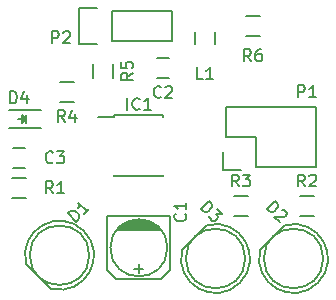
<source format=gto>
G04 #@! TF.FileFunction,Legend,Top*
%FSLAX46Y46*%
G04 Gerber Fmt 4.6, Leading zero omitted, Abs format (unit mm)*
G04 Created by KiCad (PCBNEW 4.0.1-stable) date Tuesday, March 29, 2016 'AMt' 12:48:36 AM*
%MOMM*%
G01*
G04 APERTURE LIST*
%ADD10C,0.100000*%
%ADD11C,0.150000*%
G04 APERTURE END LIST*
D10*
D11*
X136779000Y-114046000D02*
X135382000Y-114046000D01*
X137033000Y-114173000D02*
X135255000Y-114173000D01*
X137414000Y-114300000D02*
X134874000Y-114300000D01*
X134747000Y-114427000D02*
X137541000Y-114427000D01*
X137668000Y-114554000D02*
X134620000Y-114554000D01*
X134493000Y-114681000D02*
X137795000Y-114681000D01*
X137922000Y-114808000D02*
X134366000Y-114808000D01*
X138811000Y-113665000D02*
X138811000Y-118237000D01*
X138811000Y-118237000D02*
X138049000Y-118999000D01*
X138049000Y-118999000D02*
X134239000Y-118999000D01*
X134239000Y-118999000D02*
X133477000Y-118237000D01*
X133477000Y-118237000D02*
X133477000Y-113665000D01*
X133477000Y-113665000D02*
X138811000Y-113665000D01*
X136144000Y-118491000D02*
X136144000Y-117729000D01*
X136525000Y-118110000D02*
X135763000Y-118110000D01*
X138557000Y-116332000D02*
G75*
G03X138557000Y-116332000I-2413000J0D01*
G01*
X137676000Y-101942000D02*
X138676000Y-101942000D01*
X138676000Y-100242000D02*
X137676000Y-100242000D01*
X126484000Y-107862000D02*
X125484000Y-107862000D01*
X125484000Y-109562000D02*
X126484000Y-109562000D01*
X128743215Y-119793326D02*
G75*
G03X126593598Y-117665081I678811J2835352D01*
G01*
X128714919Y-119786402D02*
X126593598Y-117665081D01*
X131939962Y-116957974D02*
G75*
G03X131939962Y-116957974I-2517936J0D01*
G01*
X146398674Y-116551215D02*
G75*
G03X148526919Y-114401598I2835352J-678811D01*
G01*
X146405598Y-116522919D02*
X148526919Y-114401598D01*
X151751962Y-117230026D02*
G75*
G03X151751962Y-117230026I-2517936J0D01*
G01*
X139794674Y-116551215D02*
G75*
G03X141922919Y-114401598I2835352J-678811D01*
G01*
X139801598Y-116522919D02*
X141922919Y-114401598D01*
X145147962Y-117230026D02*
G75*
G03X145147962Y-117230026I-2517936J0D01*
G01*
X127838000Y-104660000D02*
X125138000Y-104660000D01*
X127838000Y-106160000D02*
X125138000Y-106160000D01*
X126338000Y-105260000D02*
X126338000Y-105510000D01*
X126338000Y-105510000D02*
X126488000Y-105360000D01*
X126588000Y-105760000D02*
X126588000Y-105060000D01*
X126238000Y-105410000D02*
X125888000Y-105410000D01*
X126588000Y-105410000D02*
X126238000Y-105760000D01*
X126238000Y-105760000D02*
X126238000Y-105060000D01*
X126238000Y-105060000D02*
X126588000Y-105410000D01*
X134069000Y-105121000D02*
X134069000Y-105266000D01*
X138219000Y-105121000D02*
X138219000Y-105266000D01*
X138219000Y-110271000D02*
X138219000Y-110126000D01*
X134069000Y-110271000D02*
X134069000Y-110126000D01*
X134069000Y-105121000D02*
X138219000Y-105121000D01*
X134069000Y-110271000D02*
X138219000Y-110271000D01*
X134069000Y-105266000D02*
X132669000Y-105266000D01*
X140882000Y-98052000D02*
X140882000Y-99052000D01*
X142582000Y-99052000D02*
X142582000Y-98052000D01*
X146050000Y-109474000D02*
X151130000Y-109474000D01*
X143230000Y-109754000D02*
X143230000Y-108204000D01*
X143510000Y-106934000D02*
X146050000Y-106934000D01*
X146050000Y-106934000D02*
X146050000Y-109474000D01*
X151130000Y-109474000D02*
X151130000Y-104394000D01*
X151130000Y-104394000D02*
X146050000Y-104394000D01*
X143230000Y-109754000D02*
X144780000Y-109754000D01*
X143510000Y-104394000D02*
X143510000Y-106934000D01*
X146050000Y-104394000D02*
X143510000Y-104394000D01*
X133858000Y-98806000D02*
X138938000Y-98806000D01*
X138938000Y-98806000D02*
X138938000Y-96266000D01*
X138938000Y-96266000D02*
X133858000Y-96266000D01*
X131038000Y-95986000D02*
X132588000Y-95986000D01*
X133858000Y-96266000D02*
X133858000Y-98806000D01*
X132588000Y-99086000D02*
X131038000Y-99086000D01*
X131038000Y-99086000D02*
X131038000Y-95986000D01*
X126584000Y-112127000D02*
X125384000Y-112127000D01*
X125384000Y-110377000D02*
X126584000Y-110377000D01*
X150968000Y-113651000D02*
X149768000Y-113651000D01*
X149768000Y-111901000D02*
X150968000Y-111901000D01*
X145380000Y-113651000D02*
X144180000Y-113651000D01*
X144180000Y-111901000D02*
X145380000Y-111901000D01*
X129448000Y-102249000D02*
X130648000Y-102249000D01*
X130648000Y-103999000D02*
X129448000Y-103999000D01*
X132221000Y-101946000D02*
X132221000Y-100746000D01*
X133971000Y-100746000D02*
X133971000Y-101946000D01*
X146396000Y-98411000D02*
X145196000Y-98411000D01*
X145196000Y-96661000D02*
X146396000Y-96661000D01*
X140057143Y-113450666D02*
X140104762Y-113498285D01*
X140152381Y-113641142D01*
X140152381Y-113736380D01*
X140104762Y-113879238D01*
X140009524Y-113974476D01*
X139914286Y-114022095D01*
X139723810Y-114069714D01*
X139580952Y-114069714D01*
X139390476Y-114022095D01*
X139295238Y-113974476D01*
X139200000Y-113879238D01*
X139152381Y-113736380D01*
X139152381Y-113641142D01*
X139200000Y-113498285D01*
X139247619Y-113450666D01*
X140152381Y-112498285D02*
X140152381Y-113069714D01*
X140152381Y-112784000D02*
X139152381Y-112784000D01*
X139295238Y-112879238D01*
X139390476Y-112974476D01*
X139438095Y-113069714D01*
X138009334Y-103549143D02*
X137961715Y-103596762D01*
X137818858Y-103644381D01*
X137723620Y-103644381D01*
X137580762Y-103596762D01*
X137485524Y-103501524D01*
X137437905Y-103406286D01*
X137390286Y-103215810D01*
X137390286Y-103072952D01*
X137437905Y-102882476D01*
X137485524Y-102787238D01*
X137580762Y-102692000D01*
X137723620Y-102644381D01*
X137818858Y-102644381D01*
X137961715Y-102692000D01*
X138009334Y-102739619D01*
X138390286Y-102739619D02*
X138437905Y-102692000D01*
X138533143Y-102644381D01*
X138771239Y-102644381D01*
X138866477Y-102692000D01*
X138914096Y-102739619D01*
X138961715Y-102834857D01*
X138961715Y-102930095D01*
X138914096Y-103072952D01*
X138342667Y-103644381D01*
X138961715Y-103644381D01*
X128865334Y-109069143D02*
X128817715Y-109116762D01*
X128674858Y-109164381D01*
X128579620Y-109164381D01*
X128436762Y-109116762D01*
X128341524Y-109021524D01*
X128293905Y-108926286D01*
X128246286Y-108735810D01*
X128246286Y-108592952D01*
X128293905Y-108402476D01*
X128341524Y-108307238D01*
X128436762Y-108212000D01*
X128579620Y-108164381D01*
X128674858Y-108164381D01*
X128817715Y-108212000D01*
X128865334Y-108259619D01*
X129198667Y-108164381D02*
X129817715Y-108164381D01*
X129484381Y-108545333D01*
X129627239Y-108545333D01*
X129722477Y-108592952D01*
X129770096Y-108640571D01*
X129817715Y-108735810D01*
X129817715Y-108973905D01*
X129770096Y-109069143D01*
X129722477Y-109116762D01*
X129627239Y-109164381D01*
X129341524Y-109164381D01*
X129246286Y-109116762D01*
X129198667Y-109069143D01*
X130861970Y-114125794D02*
X130154863Y-113418687D01*
X130323222Y-113250328D01*
X130457909Y-113182984D01*
X130592596Y-113182984D01*
X130693611Y-113216656D01*
X130861970Y-113317671D01*
X130962986Y-113418687D01*
X131064001Y-113587045D01*
X131097672Y-113688061D01*
X131097672Y-113822747D01*
X131030328Y-113957435D01*
X130861970Y-114125794D01*
X131939466Y-113048297D02*
X131535405Y-113452359D01*
X131737435Y-113250328D02*
X131030328Y-112543222D01*
X131064000Y-112711580D01*
X131064000Y-112846267D01*
X131030328Y-112947282D01*
X146986206Y-113081970D02*
X147693313Y-112374863D01*
X147861672Y-112543222D01*
X147929016Y-112677909D01*
X147929016Y-112812596D01*
X147895344Y-112913611D01*
X147794329Y-113081970D01*
X147693313Y-113182986D01*
X147524955Y-113284001D01*
X147423939Y-113317672D01*
X147289253Y-113317672D01*
X147154565Y-113250328D01*
X146986206Y-113081970D01*
X148299405Y-113115641D02*
X148366748Y-113115641D01*
X148467763Y-113149313D01*
X148636123Y-113317672D01*
X148669794Y-113418688D01*
X148669794Y-113486031D01*
X148636123Y-113587046D01*
X148568779Y-113654390D01*
X148434092Y-113721733D01*
X147625970Y-113721733D01*
X148063703Y-114159466D01*
X141398206Y-113081970D02*
X142105313Y-112374863D01*
X142273672Y-112543222D01*
X142341016Y-112677909D01*
X142341016Y-112812596D01*
X142307344Y-112913611D01*
X142206329Y-113081970D01*
X142105313Y-113182986D01*
X141936955Y-113284001D01*
X141835939Y-113317672D01*
X141701253Y-113317672D01*
X141566565Y-113250328D01*
X141398206Y-113081970D01*
X142745076Y-113014626D02*
X143182810Y-113452359D01*
X142677733Y-113486030D01*
X142778749Y-113587046D01*
X142812421Y-113688061D01*
X142812421Y-113755405D01*
X142778748Y-113856421D01*
X142610390Y-114024779D01*
X142509374Y-114058451D01*
X142442031Y-114058451D01*
X142341016Y-114024779D01*
X142138985Y-113822748D01*
X142105313Y-113721733D01*
X142105313Y-113654390D01*
X125245905Y-104084381D02*
X125245905Y-103084381D01*
X125484000Y-103084381D01*
X125626858Y-103132000D01*
X125722096Y-103227238D01*
X125769715Y-103322476D01*
X125817334Y-103512952D01*
X125817334Y-103655810D01*
X125769715Y-103846286D01*
X125722096Y-103941524D01*
X125626858Y-104036762D01*
X125484000Y-104084381D01*
X125245905Y-104084381D01*
X126674477Y-103417714D02*
X126674477Y-104084381D01*
X126436381Y-103036762D02*
X126198286Y-103751048D01*
X126817334Y-103751048D01*
X135167810Y-104648381D02*
X135167810Y-103648381D01*
X136215429Y-104553143D02*
X136167810Y-104600762D01*
X136024953Y-104648381D01*
X135929715Y-104648381D01*
X135786857Y-104600762D01*
X135691619Y-104505524D01*
X135644000Y-104410286D01*
X135596381Y-104219810D01*
X135596381Y-104076952D01*
X135644000Y-103886476D01*
X135691619Y-103791238D01*
X135786857Y-103696000D01*
X135929715Y-103648381D01*
X136024953Y-103648381D01*
X136167810Y-103696000D01*
X136215429Y-103743619D01*
X137167810Y-104648381D02*
X136596381Y-104648381D01*
X136882095Y-104648381D02*
X136882095Y-103648381D01*
X136786857Y-103791238D01*
X136691619Y-103886476D01*
X136596381Y-103934095D01*
X141565334Y-102052381D02*
X141089143Y-102052381D01*
X141089143Y-101052381D01*
X142422477Y-102052381D02*
X141851048Y-102052381D01*
X142136762Y-102052381D02*
X142136762Y-101052381D01*
X142041524Y-101195238D01*
X141946286Y-101290476D01*
X141851048Y-101338095D01*
X149629905Y-103576381D02*
X149629905Y-102576381D01*
X150010858Y-102576381D01*
X150106096Y-102624000D01*
X150153715Y-102671619D01*
X150201334Y-102766857D01*
X150201334Y-102909714D01*
X150153715Y-103004952D01*
X150106096Y-103052571D01*
X150010858Y-103100190D01*
X149629905Y-103100190D01*
X151153715Y-103576381D02*
X150582286Y-103576381D01*
X150868000Y-103576381D02*
X150868000Y-102576381D01*
X150772762Y-102719238D01*
X150677524Y-102814476D01*
X150582286Y-102862095D01*
X128801905Y-99004381D02*
X128801905Y-98004381D01*
X129182858Y-98004381D01*
X129278096Y-98052000D01*
X129325715Y-98099619D01*
X129373334Y-98194857D01*
X129373334Y-98337714D01*
X129325715Y-98432952D01*
X129278096Y-98480571D01*
X129182858Y-98528190D01*
X128801905Y-98528190D01*
X129754286Y-98099619D02*
X129801905Y-98052000D01*
X129897143Y-98004381D01*
X130135239Y-98004381D01*
X130230477Y-98052000D01*
X130278096Y-98099619D01*
X130325715Y-98194857D01*
X130325715Y-98290095D01*
X130278096Y-98432952D01*
X129706667Y-99004381D01*
X130325715Y-99004381D01*
X128865334Y-111704381D02*
X128532000Y-111228190D01*
X128293905Y-111704381D02*
X128293905Y-110704381D01*
X128674858Y-110704381D01*
X128770096Y-110752000D01*
X128817715Y-110799619D01*
X128865334Y-110894857D01*
X128865334Y-111037714D01*
X128817715Y-111132952D01*
X128770096Y-111180571D01*
X128674858Y-111228190D01*
X128293905Y-111228190D01*
X129817715Y-111704381D02*
X129246286Y-111704381D01*
X129532000Y-111704381D02*
X129532000Y-110704381D01*
X129436762Y-110847238D01*
X129341524Y-110942476D01*
X129246286Y-110990095D01*
X150201334Y-111128381D02*
X149868000Y-110652190D01*
X149629905Y-111128381D02*
X149629905Y-110128381D01*
X150010858Y-110128381D01*
X150106096Y-110176000D01*
X150153715Y-110223619D01*
X150201334Y-110318857D01*
X150201334Y-110461714D01*
X150153715Y-110556952D01*
X150106096Y-110604571D01*
X150010858Y-110652190D01*
X149629905Y-110652190D01*
X150582286Y-110223619D02*
X150629905Y-110176000D01*
X150725143Y-110128381D01*
X150963239Y-110128381D01*
X151058477Y-110176000D01*
X151106096Y-110223619D01*
X151153715Y-110318857D01*
X151153715Y-110414095D01*
X151106096Y-110556952D01*
X150534667Y-111128381D01*
X151153715Y-111128381D01*
X144613334Y-111128381D02*
X144280000Y-110652190D01*
X144041905Y-111128381D02*
X144041905Y-110128381D01*
X144422858Y-110128381D01*
X144518096Y-110176000D01*
X144565715Y-110223619D01*
X144613334Y-110318857D01*
X144613334Y-110461714D01*
X144565715Y-110556952D01*
X144518096Y-110604571D01*
X144422858Y-110652190D01*
X144041905Y-110652190D01*
X144946667Y-110128381D02*
X145565715Y-110128381D01*
X145232381Y-110509333D01*
X145375239Y-110509333D01*
X145470477Y-110556952D01*
X145518096Y-110604571D01*
X145565715Y-110699810D01*
X145565715Y-110937905D01*
X145518096Y-111033143D01*
X145470477Y-111080762D01*
X145375239Y-111128381D01*
X145089524Y-111128381D01*
X144994286Y-111080762D01*
X144946667Y-111033143D01*
X129881334Y-105676381D02*
X129548000Y-105200190D01*
X129309905Y-105676381D02*
X129309905Y-104676381D01*
X129690858Y-104676381D01*
X129786096Y-104724000D01*
X129833715Y-104771619D01*
X129881334Y-104866857D01*
X129881334Y-105009714D01*
X129833715Y-105104952D01*
X129786096Y-105152571D01*
X129690858Y-105200190D01*
X129309905Y-105200190D01*
X130738477Y-105009714D02*
X130738477Y-105676381D01*
X130500381Y-104628762D02*
X130262286Y-105343048D01*
X130881334Y-105343048D01*
X135648381Y-101512666D02*
X135172190Y-101846000D01*
X135648381Y-102084095D02*
X134648381Y-102084095D01*
X134648381Y-101703142D01*
X134696000Y-101607904D01*
X134743619Y-101560285D01*
X134838857Y-101512666D01*
X134981714Y-101512666D01*
X135076952Y-101560285D01*
X135124571Y-101607904D01*
X135172190Y-101703142D01*
X135172190Y-102084095D01*
X134648381Y-100607904D02*
X134648381Y-101084095D01*
X135124571Y-101131714D01*
X135076952Y-101084095D01*
X135029333Y-100988857D01*
X135029333Y-100750761D01*
X135076952Y-100655523D01*
X135124571Y-100607904D01*
X135219810Y-100560285D01*
X135457905Y-100560285D01*
X135553143Y-100607904D01*
X135600762Y-100655523D01*
X135648381Y-100750761D01*
X135648381Y-100988857D01*
X135600762Y-101084095D01*
X135553143Y-101131714D01*
X145629334Y-100528381D02*
X145296000Y-100052190D01*
X145057905Y-100528381D02*
X145057905Y-99528381D01*
X145438858Y-99528381D01*
X145534096Y-99576000D01*
X145581715Y-99623619D01*
X145629334Y-99718857D01*
X145629334Y-99861714D01*
X145581715Y-99956952D01*
X145534096Y-100004571D01*
X145438858Y-100052190D01*
X145057905Y-100052190D01*
X146486477Y-99528381D02*
X146296000Y-99528381D01*
X146200762Y-99576000D01*
X146153143Y-99623619D01*
X146057905Y-99766476D01*
X146010286Y-99956952D01*
X146010286Y-100337905D01*
X146057905Y-100433143D01*
X146105524Y-100480762D01*
X146200762Y-100528381D01*
X146391239Y-100528381D01*
X146486477Y-100480762D01*
X146534096Y-100433143D01*
X146581715Y-100337905D01*
X146581715Y-100099810D01*
X146534096Y-100004571D01*
X146486477Y-99956952D01*
X146391239Y-99909333D01*
X146200762Y-99909333D01*
X146105524Y-99956952D01*
X146057905Y-100004571D01*
X146010286Y-100099810D01*
M02*

</source>
